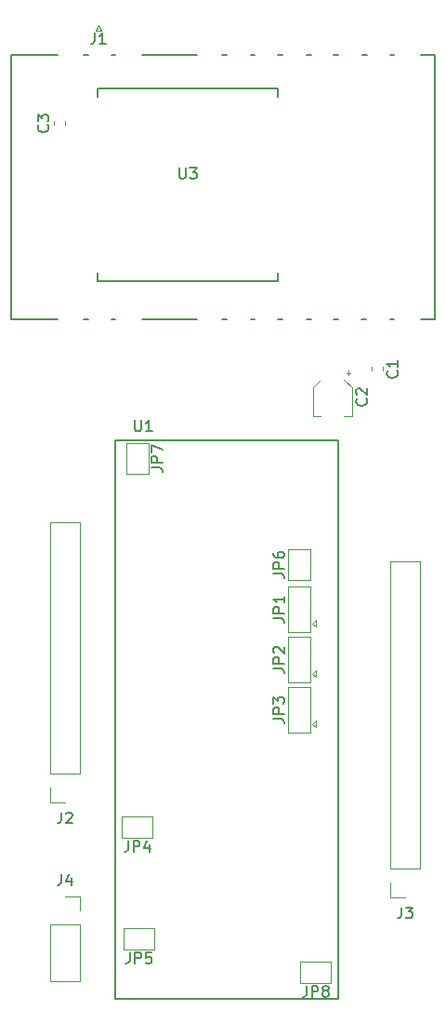
<source format=gto>
G04 #@! TF.GenerationSoftware,KiCad,Pcbnew,5.0.2+dfsg1-1*
G04 #@! TF.CreationDate,2021-11-22T09:36:44+02:00*
G04 #@! TF.ProjectId,lora_tracker,6c6f7261-5f74-4726-9163-6b65722e6b69,rev?*
G04 #@! TF.SameCoordinates,Original*
G04 #@! TF.FileFunction,Legend,Top*
G04 #@! TF.FilePolarity,Positive*
%FSLAX46Y46*%
G04 Gerber Fmt 4.6, Leading zero omitted, Abs format (unit mm)*
G04 Created by KiCad (PCBNEW 5.0.2+dfsg1-1) date Mon 22 Nov 2021 09:36:44 AM EET*
%MOMM*%
%LPD*%
G01*
G04 APERTURE LIST*
%ADD10C,0.127000*%
%ADD11C,0.150000*%
%ADD12C,0.120000*%
G04 APERTURE END LIST*
D10*
G04 #@! TO.C,U2*
X78558501Y-74700000D02*
X74358501Y-74700000D01*
X74358501Y-74700000D02*
X74358501Y-50700000D01*
X74358501Y-50700000D02*
X78558501Y-50700000D01*
X80958501Y-50700000D02*
X81358501Y-50700000D01*
X83458501Y-50700000D02*
X83858501Y-50700000D01*
X93558501Y-50700000D02*
X93958501Y-50700000D01*
X96158501Y-50700000D02*
X96558501Y-50700000D01*
X98658501Y-50700000D02*
X99058501Y-50700000D01*
X101258501Y-50700000D02*
X101658501Y-50700000D01*
X103758501Y-50700000D02*
X104158501Y-50700000D01*
X106358501Y-50700000D02*
X106758501Y-50700000D01*
X108858501Y-50700000D02*
X109258501Y-50700000D01*
X108858501Y-74700000D02*
X109258501Y-74700000D01*
X106258501Y-74700000D02*
X106658501Y-74700000D01*
X103758501Y-74700000D02*
X104158501Y-74700000D01*
X101258501Y-74700000D02*
X101658501Y-74700000D01*
X98658501Y-74700000D02*
X99058501Y-74700000D01*
X96158501Y-74700000D02*
X96558501Y-74700000D01*
X93558501Y-74700000D02*
X93958501Y-74700000D01*
X83458501Y-74700000D02*
X83858501Y-74700000D01*
X80958501Y-74700000D02*
X81358501Y-74700000D01*
X86258501Y-74700000D02*
X91258501Y-74700000D01*
X86258501Y-50700000D02*
X91258501Y-50700000D01*
X111658501Y-74700000D02*
X112958501Y-74700000D01*
X112958501Y-74700000D02*
X112958501Y-50700000D01*
X112958501Y-50700000D02*
X111658501Y-50700000D01*
D11*
G04 #@! TO.C,U1*
X83820000Y-136525000D02*
X83820000Y-85725000D01*
X104140000Y-85725000D02*
X104140000Y-136525000D01*
X104140000Y-85725000D02*
X83820000Y-85725000D01*
X104140000Y-136525000D02*
X83820000Y-136525000D01*
D12*
G04 #@! TO.C,JP1*
X101784000Y-102392000D02*
X102084000Y-102092000D01*
X102084000Y-102692000D02*
X102084000Y-102092000D01*
X101784000Y-102392000D02*
X102084000Y-102692000D01*
X101584000Y-103142000D02*
X99584000Y-103142000D01*
X101584000Y-99042000D02*
X101584000Y-103142000D01*
X99584000Y-99042000D02*
X101584000Y-99042000D01*
X99584000Y-103142000D02*
X99584000Y-99042000D01*
G04 #@! TO.C,JP2*
X99584000Y-107714000D02*
X99584000Y-103614000D01*
X99584000Y-103614000D02*
X101584000Y-103614000D01*
X101584000Y-103614000D02*
X101584000Y-107714000D01*
X101584000Y-107714000D02*
X99584000Y-107714000D01*
X101784000Y-106964000D02*
X102084000Y-107264000D01*
X102084000Y-107264000D02*
X102084000Y-106664000D01*
X101784000Y-106964000D02*
X102084000Y-106664000D01*
G04 #@! TO.C,JP3*
X101784000Y-111536000D02*
X102084000Y-111236000D01*
X102084000Y-111836000D02*
X102084000Y-111236000D01*
X101784000Y-111536000D02*
X102084000Y-111836000D01*
X101584000Y-112286000D02*
X99584000Y-112286000D01*
X101584000Y-108186000D02*
X101584000Y-112286000D01*
X99584000Y-108186000D02*
X101584000Y-108186000D01*
X99584000Y-112286000D02*
X99584000Y-108186000D01*
G04 #@! TO.C,JP4*
X87252000Y-119904000D02*
X87252000Y-121904000D01*
X84452000Y-119904000D02*
X87252000Y-119904000D01*
X84452000Y-121904000D02*
X84452000Y-119904000D01*
X87252000Y-121904000D02*
X84452000Y-121904000D01*
G04 #@! TO.C,JP5*
X87394000Y-132064000D02*
X84594000Y-132064000D01*
X84594000Y-132064000D02*
X84594000Y-130064000D01*
X84594000Y-130064000D02*
X87394000Y-130064000D01*
X87394000Y-130064000D02*
X87394000Y-132064000D01*
G04 #@! TO.C,JP6*
X101584000Y-98428000D02*
X99584000Y-98428000D01*
X101584000Y-95628000D02*
X101584000Y-98428000D01*
X99584000Y-95628000D02*
X101584000Y-95628000D01*
X99584000Y-98428000D02*
X99584000Y-95628000D01*
G04 #@! TO.C,J1*
X82546000Y-48480000D02*
X82296000Y-47980000D01*
X82046000Y-48480000D02*
X82546000Y-48480000D01*
X82296000Y-47980000D02*
X82046000Y-48480000D01*
G04 #@! TO.C,C2*
X101872000Y-83548000D02*
X102572000Y-83548000D01*
X105392000Y-83548000D02*
X104692000Y-83548000D01*
X105392000Y-80917437D02*
X105392000Y-83548000D01*
X101872000Y-80917437D02*
X101872000Y-83548000D01*
X104692000Y-80217437D02*
X105392000Y-80917437D01*
X102572000Y-80217437D02*
X101872000Y-80917437D01*
X105067000Y-79413000D02*
X105067000Y-79788000D01*
X105254500Y-79600500D02*
X104879500Y-79600500D01*
G04 #@! TO.C,C1*
X108206000Y-79076733D02*
X108206000Y-79419267D01*
X107186000Y-79076733D02*
X107186000Y-79419267D01*
G04 #@! TO.C,JP7*
X86852000Y-85976000D02*
X86852000Y-88776000D01*
X86852000Y-88776000D02*
X84852000Y-88776000D01*
X84852000Y-88776000D02*
X84852000Y-85976000D01*
X84852000Y-85976000D02*
X86852000Y-85976000D01*
G04 #@! TO.C,JP8*
X103508000Y-133112000D02*
X103508000Y-135112000D01*
X100708000Y-133112000D02*
X103508000Y-133112000D01*
X100708000Y-135112000D02*
X100708000Y-133112000D01*
X103508000Y-135112000D02*
X100708000Y-135112000D01*
D11*
G04 #@! TO.C,U3*
X98674000Y-53734000D02*
X98674000Y-54484000D01*
X82174000Y-53734000D02*
X98674000Y-53734000D01*
X82174000Y-54484000D02*
X82174000Y-53734000D01*
X98674000Y-71234000D02*
X98674000Y-70484000D01*
X82174000Y-71234000D02*
X98674000Y-71234000D01*
X82174000Y-70484000D02*
X82174000Y-71234000D01*
D12*
G04 #@! TO.C,C3*
X78230000Y-57067267D02*
X78230000Y-56724733D01*
X79250000Y-57067267D02*
X79250000Y-56724733D01*
G04 #@! TO.C,J2*
X80578000Y-116078000D02*
X77918000Y-116078000D01*
X80578000Y-116078000D02*
X80578000Y-93158000D01*
X80578000Y-93158000D02*
X77918000Y-93158000D01*
X77918000Y-116078000D02*
X77918000Y-93158000D01*
X77918000Y-118678000D02*
X77918000Y-117348000D01*
X79248000Y-118678000D02*
X77918000Y-118678000D01*
G04 #@! TO.C,J3*
X111566000Y-124714000D02*
X108906000Y-124714000D01*
X111566000Y-124714000D02*
X111566000Y-96714000D01*
X111566000Y-96714000D02*
X108906000Y-96714000D01*
X108906000Y-124714000D02*
X108906000Y-96714000D01*
X108906000Y-127314000D02*
X108906000Y-125984000D01*
X110236000Y-127314000D02*
X108906000Y-127314000D01*
G04 #@! TO.C,J4*
X77918000Y-129794000D02*
X80578000Y-129794000D01*
X77918000Y-129794000D02*
X77918000Y-134934000D01*
X77918000Y-134934000D02*
X80578000Y-134934000D01*
X80578000Y-129794000D02*
X80578000Y-134934000D01*
X80578000Y-127194000D02*
X80578000Y-128524000D01*
X79248000Y-127194000D02*
X80578000Y-127194000D01*
G04 #@! TO.C,U1*
D11*
X85598095Y-83907380D02*
X85598095Y-84716904D01*
X85645714Y-84812142D01*
X85693333Y-84859761D01*
X85788571Y-84907380D01*
X85979047Y-84907380D01*
X86074285Y-84859761D01*
X86121904Y-84812142D01*
X86169523Y-84716904D01*
X86169523Y-83907380D01*
X87169523Y-84907380D02*
X86598095Y-84907380D01*
X86883809Y-84907380D02*
X86883809Y-83907380D01*
X86788571Y-84050238D01*
X86693333Y-84145476D01*
X86598095Y-84193095D01*
G04 #@! TO.C,JP1*
X98236380Y-101925333D02*
X98950666Y-101925333D01*
X99093523Y-101972952D01*
X99188761Y-102068190D01*
X99236380Y-102211047D01*
X99236380Y-102306285D01*
X99236380Y-101449142D02*
X98236380Y-101449142D01*
X98236380Y-101068190D01*
X98284000Y-100972952D01*
X98331619Y-100925333D01*
X98426857Y-100877714D01*
X98569714Y-100877714D01*
X98664952Y-100925333D01*
X98712571Y-100972952D01*
X98760190Y-101068190D01*
X98760190Y-101449142D01*
X99236380Y-99925333D02*
X99236380Y-100496761D01*
X99236380Y-100211047D02*
X98236380Y-100211047D01*
X98379238Y-100306285D01*
X98474476Y-100401523D01*
X98522095Y-100496761D01*
G04 #@! TO.C,JP2*
X98236380Y-106497333D02*
X98950666Y-106497333D01*
X99093523Y-106544952D01*
X99188761Y-106640190D01*
X99236380Y-106783047D01*
X99236380Y-106878285D01*
X99236380Y-106021142D02*
X98236380Y-106021142D01*
X98236380Y-105640190D01*
X98284000Y-105544952D01*
X98331619Y-105497333D01*
X98426857Y-105449714D01*
X98569714Y-105449714D01*
X98664952Y-105497333D01*
X98712571Y-105544952D01*
X98760190Y-105640190D01*
X98760190Y-106021142D01*
X98331619Y-105068761D02*
X98284000Y-105021142D01*
X98236380Y-104925904D01*
X98236380Y-104687809D01*
X98284000Y-104592571D01*
X98331619Y-104544952D01*
X98426857Y-104497333D01*
X98522095Y-104497333D01*
X98664952Y-104544952D01*
X99236380Y-105116380D01*
X99236380Y-104497333D01*
G04 #@! TO.C,JP3*
X98236380Y-111069333D02*
X98950666Y-111069333D01*
X99093523Y-111116952D01*
X99188761Y-111212190D01*
X99236380Y-111355047D01*
X99236380Y-111450285D01*
X99236380Y-110593142D02*
X98236380Y-110593142D01*
X98236380Y-110212190D01*
X98284000Y-110116952D01*
X98331619Y-110069333D01*
X98426857Y-110021714D01*
X98569714Y-110021714D01*
X98664952Y-110069333D01*
X98712571Y-110116952D01*
X98760190Y-110212190D01*
X98760190Y-110593142D01*
X98236380Y-109688380D02*
X98236380Y-109069333D01*
X98617333Y-109402666D01*
X98617333Y-109259809D01*
X98664952Y-109164571D01*
X98712571Y-109116952D01*
X98807809Y-109069333D01*
X99045904Y-109069333D01*
X99141142Y-109116952D01*
X99188761Y-109164571D01*
X99236380Y-109259809D01*
X99236380Y-109545523D01*
X99188761Y-109640761D01*
X99141142Y-109688380D01*
G04 #@! TO.C,JP4*
X85018666Y-122156380D02*
X85018666Y-122870666D01*
X84971047Y-123013523D01*
X84875809Y-123108761D01*
X84732952Y-123156380D01*
X84637714Y-123156380D01*
X85494857Y-123156380D02*
X85494857Y-122156380D01*
X85875809Y-122156380D01*
X85971047Y-122204000D01*
X86018666Y-122251619D01*
X86066285Y-122346857D01*
X86066285Y-122489714D01*
X86018666Y-122584952D01*
X85971047Y-122632571D01*
X85875809Y-122680190D01*
X85494857Y-122680190D01*
X86923428Y-122489714D02*
X86923428Y-123156380D01*
X86685333Y-122108761D02*
X86447238Y-122823047D01*
X87066285Y-122823047D01*
G04 #@! TO.C,JP5*
X85160666Y-132316380D02*
X85160666Y-133030666D01*
X85113047Y-133173523D01*
X85017809Y-133268761D01*
X84874952Y-133316380D01*
X84779714Y-133316380D01*
X85636857Y-133316380D02*
X85636857Y-132316380D01*
X86017809Y-132316380D01*
X86113047Y-132364000D01*
X86160666Y-132411619D01*
X86208285Y-132506857D01*
X86208285Y-132649714D01*
X86160666Y-132744952D01*
X86113047Y-132792571D01*
X86017809Y-132840190D01*
X85636857Y-132840190D01*
X87113047Y-132316380D02*
X86636857Y-132316380D01*
X86589238Y-132792571D01*
X86636857Y-132744952D01*
X86732095Y-132697333D01*
X86970190Y-132697333D01*
X87065428Y-132744952D01*
X87113047Y-132792571D01*
X87160666Y-132887809D01*
X87160666Y-133125904D01*
X87113047Y-133221142D01*
X87065428Y-133268761D01*
X86970190Y-133316380D01*
X86732095Y-133316380D01*
X86636857Y-133268761D01*
X86589238Y-133221142D01*
G04 #@! TO.C,JP6*
X98236380Y-97861333D02*
X98950666Y-97861333D01*
X99093523Y-97908952D01*
X99188761Y-98004190D01*
X99236380Y-98147047D01*
X99236380Y-98242285D01*
X99236380Y-97385142D02*
X98236380Y-97385142D01*
X98236380Y-97004190D01*
X98284000Y-96908952D01*
X98331619Y-96861333D01*
X98426857Y-96813714D01*
X98569714Y-96813714D01*
X98664952Y-96861333D01*
X98712571Y-96908952D01*
X98760190Y-97004190D01*
X98760190Y-97385142D01*
X98236380Y-95956571D02*
X98236380Y-96147047D01*
X98284000Y-96242285D01*
X98331619Y-96289904D01*
X98474476Y-96385142D01*
X98664952Y-96432761D01*
X99045904Y-96432761D01*
X99141142Y-96385142D01*
X99188761Y-96337523D01*
X99236380Y-96242285D01*
X99236380Y-96051809D01*
X99188761Y-95956571D01*
X99141142Y-95908952D01*
X99045904Y-95861333D01*
X98807809Y-95861333D01*
X98712571Y-95908952D01*
X98664952Y-95956571D01*
X98617333Y-96051809D01*
X98617333Y-96242285D01*
X98664952Y-96337523D01*
X98712571Y-96385142D01*
X98807809Y-96432761D01*
G04 #@! TO.C,J1*
X81962666Y-48672380D02*
X81962666Y-49386666D01*
X81915047Y-49529523D01*
X81819809Y-49624761D01*
X81676952Y-49672380D01*
X81581714Y-49672380D01*
X82962666Y-49672380D02*
X82391238Y-49672380D01*
X82676952Y-49672380D02*
X82676952Y-48672380D01*
X82581714Y-48815238D01*
X82486476Y-48910476D01*
X82391238Y-48958095D01*
G04 #@! TO.C,C2*
X106689142Y-81954666D02*
X106736761Y-82002285D01*
X106784380Y-82145142D01*
X106784380Y-82240380D01*
X106736761Y-82383238D01*
X106641523Y-82478476D01*
X106546285Y-82526095D01*
X106355809Y-82573714D01*
X106212952Y-82573714D01*
X106022476Y-82526095D01*
X105927238Y-82478476D01*
X105832000Y-82383238D01*
X105784380Y-82240380D01*
X105784380Y-82145142D01*
X105832000Y-82002285D01*
X105879619Y-81954666D01*
X105879619Y-81573714D02*
X105832000Y-81526095D01*
X105784380Y-81430857D01*
X105784380Y-81192761D01*
X105832000Y-81097523D01*
X105879619Y-81049904D01*
X105974857Y-81002285D01*
X106070095Y-81002285D01*
X106212952Y-81049904D01*
X106784380Y-81621333D01*
X106784380Y-81002285D01*
G04 #@! TO.C,C1*
X109483142Y-79414666D02*
X109530761Y-79462285D01*
X109578380Y-79605142D01*
X109578380Y-79700380D01*
X109530761Y-79843238D01*
X109435523Y-79938476D01*
X109340285Y-79986095D01*
X109149809Y-80033714D01*
X109006952Y-80033714D01*
X108816476Y-79986095D01*
X108721238Y-79938476D01*
X108626000Y-79843238D01*
X108578380Y-79700380D01*
X108578380Y-79605142D01*
X108626000Y-79462285D01*
X108673619Y-79414666D01*
X109578380Y-78462285D02*
X109578380Y-79033714D01*
X109578380Y-78748000D02*
X108578380Y-78748000D01*
X108721238Y-78843238D01*
X108816476Y-78938476D01*
X108864095Y-79033714D01*
G04 #@! TO.C,JP7*
X87104380Y-88209333D02*
X87818666Y-88209333D01*
X87961523Y-88256952D01*
X88056761Y-88352190D01*
X88104380Y-88495047D01*
X88104380Y-88590285D01*
X88104380Y-87733142D02*
X87104380Y-87733142D01*
X87104380Y-87352190D01*
X87152000Y-87256952D01*
X87199619Y-87209333D01*
X87294857Y-87161714D01*
X87437714Y-87161714D01*
X87532952Y-87209333D01*
X87580571Y-87256952D01*
X87628190Y-87352190D01*
X87628190Y-87733142D01*
X87104380Y-86828380D02*
X87104380Y-86161714D01*
X88104380Y-86590285D01*
G04 #@! TO.C,JP8*
X101274666Y-135364380D02*
X101274666Y-136078666D01*
X101227047Y-136221523D01*
X101131809Y-136316761D01*
X100988952Y-136364380D01*
X100893714Y-136364380D01*
X101750857Y-136364380D02*
X101750857Y-135364380D01*
X102131809Y-135364380D01*
X102227047Y-135412000D01*
X102274666Y-135459619D01*
X102322285Y-135554857D01*
X102322285Y-135697714D01*
X102274666Y-135792952D01*
X102227047Y-135840571D01*
X102131809Y-135888190D01*
X101750857Y-135888190D01*
X102893714Y-135792952D02*
X102798476Y-135745333D01*
X102750857Y-135697714D01*
X102703238Y-135602476D01*
X102703238Y-135554857D01*
X102750857Y-135459619D01*
X102798476Y-135412000D01*
X102893714Y-135364380D01*
X103084190Y-135364380D01*
X103179428Y-135412000D01*
X103227047Y-135459619D01*
X103274666Y-135554857D01*
X103274666Y-135602476D01*
X103227047Y-135697714D01*
X103179428Y-135745333D01*
X103084190Y-135792952D01*
X102893714Y-135792952D01*
X102798476Y-135840571D01*
X102750857Y-135888190D01*
X102703238Y-135983428D01*
X102703238Y-136173904D01*
X102750857Y-136269142D01*
X102798476Y-136316761D01*
X102893714Y-136364380D01*
X103084190Y-136364380D01*
X103179428Y-136316761D01*
X103227047Y-136269142D01*
X103274666Y-136173904D01*
X103274666Y-135983428D01*
X103227047Y-135888190D01*
X103179428Y-135840571D01*
X103084190Y-135792952D01*
G04 #@! TO.C,U3*
X89662095Y-60936380D02*
X89662095Y-61745904D01*
X89709714Y-61841142D01*
X89757333Y-61888761D01*
X89852571Y-61936380D01*
X90043047Y-61936380D01*
X90138285Y-61888761D01*
X90185904Y-61841142D01*
X90233523Y-61745904D01*
X90233523Y-60936380D01*
X90614476Y-60936380D02*
X91233523Y-60936380D01*
X90900190Y-61317333D01*
X91043047Y-61317333D01*
X91138285Y-61364952D01*
X91185904Y-61412571D01*
X91233523Y-61507809D01*
X91233523Y-61745904D01*
X91185904Y-61841142D01*
X91138285Y-61888761D01*
X91043047Y-61936380D01*
X90757333Y-61936380D01*
X90662095Y-61888761D01*
X90614476Y-61841142D01*
G04 #@! TO.C,C3*
X77667142Y-57062666D02*
X77714761Y-57110285D01*
X77762380Y-57253142D01*
X77762380Y-57348380D01*
X77714761Y-57491238D01*
X77619523Y-57586476D01*
X77524285Y-57634095D01*
X77333809Y-57681714D01*
X77190952Y-57681714D01*
X77000476Y-57634095D01*
X76905238Y-57586476D01*
X76810000Y-57491238D01*
X76762380Y-57348380D01*
X76762380Y-57253142D01*
X76810000Y-57110285D01*
X76857619Y-57062666D01*
X76762380Y-56729333D02*
X76762380Y-56110285D01*
X77143333Y-56443619D01*
X77143333Y-56300761D01*
X77190952Y-56205523D01*
X77238571Y-56157904D01*
X77333809Y-56110285D01*
X77571904Y-56110285D01*
X77667142Y-56157904D01*
X77714761Y-56205523D01*
X77762380Y-56300761D01*
X77762380Y-56586476D01*
X77714761Y-56681714D01*
X77667142Y-56729333D01*
G04 #@! TO.C,J2*
X78914666Y-119570380D02*
X78914666Y-120284666D01*
X78867047Y-120427523D01*
X78771809Y-120522761D01*
X78628952Y-120570380D01*
X78533714Y-120570380D01*
X79343238Y-119665619D02*
X79390857Y-119618000D01*
X79486095Y-119570380D01*
X79724190Y-119570380D01*
X79819428Y-119618000D01*
X79867047Y-119665619D01*
X79914666Y-119760857D01*
X79914666Y-119856095D01*
X79867047Y-119998952D01*
X79295619Y-120570380D01*
X79914666Y-120570380D01*
G04 #@! TO.C,J3*
X109902666Y-128206380D02*
X109902666Y-128920666D01*
X109855047Y-129063523D01*
X109759809Y-129158761D01*
X109616952Y-129206380D01*
X109521714Y-129206380D01*
X110283619Y-128206380D02*
X110902666Y-128206380D01*
X110569333Y-128587333D01*
X110712190Y-128587333D01*
X110807428Y-128634952D01*
X110855047Y-128682571D01*
X110902666Y-128777809D01*
X110902666Y-129015904D01*
X110855047Y-129111142D01*
X110807428Y-129158761D01*
X110712190Y-129206380D01*
X110426476Y-129206380D01*
X110331238Y-129158761D01*
X110283619Y-129111142D01*
G04 #@! TO.C,J4*
X78914666Y-125206380D02*
X78914666Y-125920666D01*
X78867047Y-126063523D01*
X78771809Y-126158761D01*
X78628952Y-126206380D01*
X78533714Y-126206380D01*
X79819428Y-125539714D02*
X79819428Y-126206380D01*
X79581333Y-125158761D02*
X79343238Y-125873047D01*
X79962285Y-125873047D01*
G04 #@! TD*
M02*

</source>
